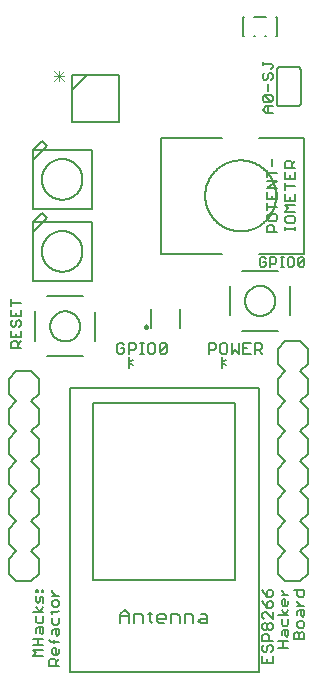
<source format=gto>
G75*
%MOIN*%
%OFA0B0*%
%FSLAX25Y25*%
%IPPOS*%
%LPD*%
%AMOC8*
5,1,8,0,0,1.08239X$1,22.5*
%
%ADD10C,0.00600*%
%ADD11C,0.00800*%
%ADD12C,0.00500*%
%ADD13C,0.00300*%
D10*
X0011097Y0008973D02*
X0012231Y0010108D01*
X0011097Y0011242D01*
X0014500Y0011242D01*
X0014500Y0012657D02*
X0011097Y0012657D01*
X0011097Y0014925D02*
X0014500Y0014925D01*
X0013933Y0016340D02*
X0013366Y0016907D01*
X0013366Y0018608D01*
X0012799Y0018608D02*
X0014500Y0018608D01*
X0014500Y0016907D01*
X0013933Y0016340D01*
X0012799Y0014925D02*
X0012799Y0012657D01*
X0014500Y0008973D02*
X0011097Y0008973D01*
X0012231Y0016907D02*
X0012231Y0018041D01*
X0012799Y0018608D01*
X0012799Y0020023D02*
X0012231Y0020590D01*
X0012231Y0022291D01*
X0011097Y0023706D02*
X0014500Y0023706D01*
X0013366Y0023706D02*
X0014500Y0025407D01*
X0014500Y0026775D02*
X0014500Y0028477D01*
X0013933Y0029044D01*
X0013366Y0028477D01*
X0013366Y0027342D01*
X0012799Y0026775D01*
X0012231Y0027342D01*
X0012231Y0029044D01*
X0012231Y0030458D02*
X0012799Y0030458D01*
X0012799Y0031026D01*
X0012231Y0031026D01*
X0012231Y0030458D01*
X0013933Y0030458D02*
X0014500Y0030458D01*
X0014500Y0031026D01*
X0013933Y0031026D01*
X0013933Y0030458D01*
X0017511Y0030365D02*
X0017511Y0030932D01*
X0017511Y0030365D02*
X0018646Y0029231D01*
X0019780Y0029231D02*
X0017511Y0029231D01*
X0018079Y0027816D02*
X0017511Y0027249D01*
X0017511Y0026115D01*
X0018079Y0025548D01*
X0019213Y0025548D01*
X0019780Y0026115D01*
X0019780Y0027249D01*
X0019213Y0027816D01*
X0018079Y0027816D01*
X0017511Y0024226D02*
X0017511Y0023092D01*
X0016944Y0023659D02*
X0019213Y0023659D01*
X0019780Y0024226D01*
X0019780Y0021678D02*
X0019780Y0019976D01*
X0019213Y0019409D01*
X0018079Y0019409D01*
X0017511Y0019976D01*
X0017511Y0021678D01*
X0018079Y0017994D02*
X0017511Y0017427D01*
X0017511Y0016293D01*
X0018646Y0016293D02*
X0018646Y0017994D01*
X0018079Y0017994D02*
X0019780Y0017994D01*
X0019780Y0016293D01*
X0019213Y0015726D01*
X0018646Y0016293D01*
X0018079Y0014405D02*
X0018079Y0013270D01*
X0016944Y0013838D02*
X0016377Y0014405D01*
X0016944Y0013838D02*
X0019780Y0013838D01*
X0018646Y0011856D02*
X0018646Y0009587D01*
X0019213Y0009587D02*
X0018079Y0009587D01*
X0017511Y0010154D01*
X0017511Y0011289D01*
X0018079Y0011856D01*
X0018646Y0011856D01*
X0019780Y0011289D02*
X0019780Y0010154D01*
X0019213Y0009587D01*
X0019780Y0008173D02*
X0018646Y0007038D01*
X0018646Y0007606D02*
X0018646Y0005904D01*
X0019780Y0005904D02*
X0016377Y0005904D01*
X0016377Y0007606D01*
X0016944Y0008173D01*
X0018079Y0008173D01*
X0018646Y0007606D01*
X0013933Y0020023D02*
X0012799Y0020023D01*
X0013933Y0020023D02*
X0014500Y0020590D01*
X0014500Y0022291D01*
X0013366Y0023706D02*
X0012231Y0025407D01*
X0040147Y0023059D02*
X0040147Y0020123D01*
X0040147Y0022325D02*
X0043083Y0022325D01*
X0043083Y0023059D02*
X0043083Y0020123D01*
X0043083Y0023059D02*
X0041615Y0024527D01*
X0040147Y0023059D01*
X0044751Y0023059D02*
X0044751Y0020123D01*
X0044751Y0023059D02*
X0046953Y0023059D01*
X0047687Y0022325D01*
X0047687Y0020123D01*
X0049355Y0023059D02*
X0050823Y0023059D01*
X0050089Y0023793D02*
X0050089Y0020857D01*
X0050823Y0020123D01*
X0052424Y0020857D02*
X0052424Y0022325D01*
X0053158Y0023059D01*
X0054626Y0023059D01*
X0055360Y0022325D01*
X0055360Y0021591D01*
X0052424Y0021591D01*
X0052424Y0020857D02*
X0053158Y0020123D01*
X0054626Y0020123D01*
X0057028Y0020123D02*
X0057028Y0023059D01*
X0059230Y0023059D01*
X0059964Y0022325D01*
X0059964Y0020123D01*
X0061632Y0020123D02*
X0061632Y0023059D01*
X0063834Y0023059D01*
X0064568Y0022325D01*
X0064568Y0020123D01*
X0066236Y0020857D02*
X0066970Y0021591D01*
X0069172Y0021591D01*
X0069172Y0022325D02*
X0069172Y0020123D01*
X0066970Y0020123D01*
X0066236Y0020857D01*
X0066970Y0023059D02*
X0068438Y0023059D01*
X0069172Y0022325D01*
X0087537Y0022100D02*
X0088104Y0021533D01*
X0087537Y0022100D02*
X0087537Y0023234D01*
X0088104Y0023801D01*
X0088671Y0023801D01*
X0090940Y0021533D01*
X0090940Y0023801D01*
X0090373Y0025216D02*
X0090940Y0025783D01*
X0090940Y0026917D01*
X0090373Y0027484D01*
X0089806Y0027484D01*
X0089239Y0026917D01*
X0089239Y0025216D01*
X0090373Y0025216D01*
X0089239Y0025216D02*
X0088104Y0026350D01*
X0087537Y0027484D01*
X0089239Y0028899D02*
X0088104Y0030033D01*
X0087537Y0031167D01*
X0089239Y0030600D02*
X0089239Y0028899D01*
X0090373Y0028899D01*
X0090940Y0029466D01*
X0090940Y0030600D01*
X0090373Y0031167D01*
X0089806Y0031167D01*
X0089239Y0030600D01*
X0092817Y0022760D02*
X0096220Y0022760D01*
X0095086Y0022760D02*
X0096220Y0024462D01*
X0095653Y0025830D02*
X0094519Y0025830D01*
X0093951Y0026397D01*
X0093951Y0027531D01*
X0094519Y0028098D01*
X0095086Y0028098D01*
X0095086Y0025830D01*
X0095653Y0025830D02*
X0096220Y0026397D01*
X0096220Y0027531D01*
X0096220Y0029513D02*
X0093951Y0029513D01*
X0093951Y0030647D02*
X0093951Y0031214D01*
X0093951Y0030647D02*
X0095086Y0029513D01*
X0093951Y0024462D02*
X0095086Y0022760D01*
X0096220Y0021346D02*
X0096220Y0019644D01*
X0095653Y0019077D01*
X0094519Y0019077D01*
X0093951Y0019644D01*
X0093951Y0021346D01*
X0094519Y0017663D02*
X0096220Y0017663D01*
X0096220Y0015961D01*
X0095653Y0015394D01*
X0095086Y0015961D01*
X0095086Y0017663D01*
X0094519Y0017663D02*
X0093951Y0017095D01*
X0093951Y0015961D01*
X0094519Y0013979D02*
X0094519Y0011711D01*
X0096220Y0011711D02*
X0092817Y0011711D01*
X0092817Y0013979D02*
X0096220Y0013979D01*
X0098097Y0014780D02*
X0098097Y0016482D01*
X0098664Y0017049D01*
X0099231Y0017049D01*
X0099799Y0016482D01*
X0099799Y0014780D01*
X0101500Y0014780D02*
X0098097Y0014780D01*
X0099799Y0016482D02*
X0100366Y0017049D01*
X0100933Y0017049D01*
X0101500Y0016482D01*
X0101500Y0014780D01*
X0100933Y0018463D02*
X0101500Y0019030D01*
X0101500Y0020165D01*
X0100933Y0020732D01*
X0099799Y0020732D01*
X0099231Y0020165D01*
X0099231Y0019030D01*
X0099799Y0018463D01*
X0100933Y0018463D01*
X0100933Y0022146D02*
X0100366Y0022714D01*
X0100366Y0024415D01*
X0099799Y0024415D02*
X0101500Y0024415D01*
X0101500Y0022714D01*
X0100933Y0022146D01*
X0099231Y0022714D02*
X0099231Y0023848D01*
X0099799Y0024415D01*
X0100366Y0025830D02*
X0099231Y0026964D01*
X0099231Y0027531D01*
X0099799Y0028899D02*
X0099231Y0029466D01*
X0099231Y0031167D01*
X0098097Y0031167D02*
X0101500Y0031167D01*
X0101500Y0029466D01*
X0100933Y0028899D01*
X0099799Y0028899D01*
X0099231Y0025830D02*
X0101500Y0025830D01*
X0090940Y0019551D02*
X0090940Y0018417D01*
X0090373Y0017849D01*
X0089806Y0017849D01*
X0089239Y0018417D01*
X0089239Y0019551D01*
X0089806Y0020118D01*
X0090373Y0020118D01*
X0090940Y0019551D01*
X0089239Y0019551D02*
X0088671Y0020118D01*
X0088104Y0020118D01*
X0087537Y0019551D01*
X0087537Y0018417D01*
X0088104Y0017849D01*
X0088671Y0017849D01*
X0089239Y0018417D01*
X0089239Y0016435D02*
X0089806Y0015868D01*
X0089806Y0014166D01*
X0090940Y0014166D02*
X0087537Y0014166D01*
X0087537Y0015868D01*
X0088104Y0016435D01*
X0089239Y0016435D01*
X0089806Y0012752D02*
X0089239Y0012185D01*
X0089239Y0011050D01*
X0088671Y0010483D01*
X0088104Y0010483D01*
X0087537Y0011050D01*
X0087537Y0012185D01*
X0088104Y0012752D01*
X0089806Y0012752D02*
X0090373Y0012752D01*
X0090940Y0012185D01*
X0090940Y0011050D01*
X0090373Y0010483D01*
X0090940Y0009069D02*
X0090940Y0006800D01*
X0087537Y0006800D01*
X0087537Y0009069D01*
X0089239Y0007934D02*
X0089239Y0006800D01*
X0087471Y0109800D02*
X0086270Y0111001D01*
X0086871Y0111001D02*
X0085069Y0111001D01*
X0085069Y0109800D02*
X0085069Y0113403D01*
X0086871Y0113403D01*
X0087471Y0112803D01*
X0087471Y0111602D01*
X0086871Y0111001D01*
X0083604Y0109800D02*
X0081202Y0109800D01*
X0081202Y0113403D01*
X0083604Y0113403D01*
X0082403Y0111602D02*
X0081202Y0111602D01*
X0079737Y0113403D02*
X0079737Y0109800D01*
X0078536Y0111001D01*
X0077335Y0109800D01*
X0077335Y0113403D01*
X0075869Y0112803D02*
X0075869Y0110401D01*
X0075269Y0109800D01*
X0074068Y0109800D01*
X0073467Y0110401D01*
X0073467Y0112803D01*
X0074068Y0113403D01*
X0075269Y0113403D01*
X0075869Y0112803D01*
X0072002Y0112803D02*
X0072002Y0111602D01*
X0071402Y0111001D01*
X0069600Y0111001D01*
X0069600Y0109800D02*
X0069600Y0113403D01*
X0071402Y0113403D01*
X0072002Y0112803D01*
X0087134Y0138800D02*
X0088201Y0138800D01*
X0088735Y0139334D01*
X0088735Y0140401D01*
X0087668Y0140401D01*
X0088735Y0141469D02*
X0088201Y0142003D01*
X0087134Y0142003D01*
X0086600Y0141469D01*
X0086600Y0139334D01*
X0087134Y0138800D01*
X0090099Y0138800D02*
X0090099Y0142003D01*
X0091700Y0142003D01*
X0092234Y0141469D01*
X0092234Y0140401D01*
X0091700Y0139868D01*
X0090099Y0139868D01*
X0093598Y0138800D02*
X0094666Y0138800D01*
X0094132Y0138800D02*
X0094132Y0142003D01*
X0093598Y0142003D02*
X0094666Y0142003D01*
X0095931Y0141469D02*
X0095931Y0139334D01*
X0096464Y0138800D01*
X0097532Y0138800D01*
X0098066Y0139334D01*
X0098066Y0141469D01*
X0097532Y0142003D01*
X0096464Y0142003D01*
X0095931Y0141469D01*
X0099430Y0141469D02*
X0099430Y0139334D01*
X0101565Y0141469D01*
X0101565Y0139334D01*
X0101031Y0138800D01*
X0099963Y0138800D01*
X0099430Y0139334D01*
X0099430Y0141469D02*
X0099963Y0142003D01*
X0101031Y0142003D01*
X0101565Y0141469D01*
X0098500Y0151023D02*
X0098500Y0152157D01*
X0098500Y0151590D02*
X0095097Y0151590D01*
X0095097Y0151023D02*
X0095097Y0152157D01*
X0095664Y0153478D02*
X0095097Y0154045D01*
X0095097Y0155180D01*
X0095664Y0155747D01*
X0097933Y0155747D01*
X0098500Y0155180D01*
X0098500Y0154045D01*
X0097933Y0153478D01*
X0095664Y0153478D01*
X0095097Y0157161D02*
X0096231Y0158296D01*
X0095097Y0159430D01*
X0098500Y0159430D01*
X0098500Y0160845D02*
X0098500Y0163113D01*
X0096799Y0161979D02*
X0096799Y0160845D01*
X0098500Y0160845D02*
X0095097Y0160845D01*
X0095097Y0163113D01*
X0095097Y0164528D02*
X0095097Y0166796D01*
X0095097Y0165662D02*
X0098500Y0165662D01*
X0098500Y0168211D02*
X0098500Y0170479D01*
X0098500Y0171894D02*
X0095097Y0171894D01*
X0095097Y0173595D01*
X0095664Y0174163D01*
X0096799Y0174163D01*
X0097366Y0173595D01*
X0097366Y0171894D01*
X0097366Y0173028D02*
X0098500Y0174163D01*
X0096799Y0169345D02*
X0096799Y0168211D01*
X0098500Y0168211D02*
X0095097Y0168211D01*
X0095097Y0170479D01*
X0092500Y0169959D02*
X0089097Y0169959D01*
X0089097Y0168825D02*
X0089097Y0171093D01*
X0090799Y0172508D02*
X0090799Y0174776D01*
X0092500Y0167410D02*
X0089097Y0167410D01*
X0089097Y0165142D02*
X0092500Y0167410D01*
X0092500Y0165142D02*
X0089097Y0165142D01*
X0089097Y0163727D02*
X0089097Y0161458D01*
X0092500Y0161458D01*
X0092500Y0163727D01*
X0090799Y0162593D02*
X0090799Y0161458D01*
X0089097Y0160044D02*
X0089097Y0157775D01*
X0089097Y0158910D02*
X0092500Y0158910D01*
X0091933Y0156361D02*
X0089664Y0156361D01*
X0089097Y0155794D01*
X0089097Y0154659D01*
X0089664Y0154092D01*
X0091933Y0154092D01*
X0092500Y0154659D01*
X0092500Y0155794D01*
X0091933Y0156361D01*
X0090799Y0152678D02*
X0089664Y0152678D01*
X0089097Y0152110D01*
X0089097Y0150409D01*
X0092500Y0150409D01*
X0091366Y0150409D02*
X0091366Y0152110D01*
X0090799Y0152678D01*
X0095097Y0157161D02*
X0098500Y0157161D01*
X0091000Y0190092D02*
X0088731Y0190092D01*
X0087597Y0191226D01*
X0088731Y0192361D01*
X0091000Y0192361D01*
X0090433Y0193775D02*
X0088164Y0196044D01*
X0090433Y0196044D01*
X0091000Y0195477D01*
X0091000Y0194342D01*
X0090433Y0193775D01*
X0088164Y0193775D01*
X0087597Y0194342D01*
X0087597Y0195477D01*
X0088164Y0196044D01*
X0089299Y0197458D02*
X0089299Y0199727D01*
X0088731Y0201142D02*
X0088164Y0201142D01*
X0087597Y0201709D01*
X0087597Y0202843D01*
X0088164Y0203410D01*
X0089299Y0202843D02*
X0089866Y0203410D01*
X0090433Y0203410D01*
X0091000Y0202843D01*
X0091000Y0201709D01*
X0090433Y0201142D01*
X0090433Y0204825D02*
X0091000Y0205392D01*
X0091000Y0205959D01*
X0090433Y0206526D01*
X0087597Y0206526D01*
X0087597Y0205959D02*
X0087597Y0207093D01*
X0089299Y0202843D02*
X0089299Y0201709D01*
X0088731Y0201142D01*
X0092300Y0204500D02*
X0092300Y0193500D01*
X0092302Y0193440D01*
X0092307Y0193379D01*
X0092316Y0193320D01*
X0092329Y0193261D01*
X0092345Y0193202D01*
X0092365Y0193145D01*
X0092388Y0193090D01*
X0092415Y0193035D01*
X0092444Y0192983D01*
X0092477Y0192932D01*
X0092513Y0192883D01*
X0092551Y0192837D01*
X0092593Y0192793D01*
X0092637Y0192751D01*
X0092683Y0192713D01*
X0092732Y0192677D01*
X0092783Y0192644D01*
X0092835Y0192615D01*
X0092890Y0192588D01*
X0092945Y0192565D01*
X0093002Y0192545D01*
X0093061Y0192529D01*
X0093120Y0192516D01*
X0093179Y0192507D01*
X0093240Y0192502D01*
X0093300Y0192500D01*
X0099300Y0192500D01*
X0099360Y0192502D01*
X0099421Y0192507D01*
X0099480Y0192516D01*
X0099539Y0192529D01*
X0099598Y0192545D01*
X0099655Y0192565D01*
X0099710Y0192588D01*
X0099765Y0192615D01*
X0099817Y0192644D01*
X0099868Y0192677D01*
X0099917Y0192713D01*
X0099963Y0192751D01*
X0100007Y0192793D01*
X0100049Y0192837D01*
X0100087Y0192883D01*
X0100123Y0192932D01*
X0100156Y0192983D01*
X0100185Y0193035D01*
X0100212Y0193090D01*
X0100235Y0193145D01*
X0100255Y0193202D01*
X0100271Y0193261D01*
X0100284Y0193320D01*
X0100293Y0193379D01*
X0100298Y0193440D01*
X0100300Y0193500D01*
X0100300Y0204500D01*
X0100298Y0204560D01*
X0100293Y0204621D01*
X0100284Y0204680D01*
X0100271Y0204739D01*
X0100255Y0204798D01*
X0100235Y0204855D01*
X0100212Y0204910D01*
X0100185Y0204965D01*
X0100156Y0205017D01*
X0100123Y0205068D01*
X0100087Y0205117D01*
X0100049Y0205163D01*
X0100007Y0205207D01*
X0099963Y0205249D01*
X0099917Y0205287D01*
X0099868Y0205323D01*
X0099817Y0205356D01*
X0099765Y0205385D01*
X0099710Y0205412D01*
X0099655Y0205435D01*
X0099598Y0205455D01*
X0099539Y0205471D01*
X0099480Y0205484D01*
X0099421Y0205493D01*
X0099360Y0205498D01*
X0099300Y0205500D01*
X0093300Y0205500D01*
X0093240Y0205498D01*
X0093179Y0205493D01*
X0093120Y0205484D01*
X0093061Y0205471D01*
X0093002Y0205455D01*
X0092945Y0205435D01*
X0092890Y0205412D01*
X0092835Y0205385D01*
X0092783Y0205356D01*
X0092732Y0205323D01*
X0092683Y0205287D01*
X0092637Y0205249D01*
X0092593Y0205207D01*
X0092551Y0205163D01*
X0092513Y0205117D01*
X0092477Y0205068D01*
X0092444Y0205017D01*
X0092415Y0204965D01*
X0092388Y0204910D01*
X0092365Y0204855D01*
X0092345Y0204798D01*
X0092329Y0204739D01*
X0092316Y0204680D01*
X0092307Y0204621D01*
X0092302Y0204560D01*
X0092300Y0204500D01*
X0092398Y0215811D02*
X0092028Y0215811D01*
X0092398Y0215811D02*
X0092398Y0222189D01*
X0092028Y0222189D01*
X0088855Y0222189D02*
X0084745Y0222189D01*
X0081572Y0222189D02*
X0081202Y0222189D01*
X0081202Y0215811D01*
X0081572Y0215811D01*
X0084745Y0215811D02*
X0085115Y0215811D01*
X0088485Y0215811D02*
X0088855Y0215811D01*
X0089299Y0192361D02*
X0089299Y0190092D01*
X0055082Y0113403D02*
X0053881Y0113403D01*
X0053280Y0112803D01*
X0053280Y0110401D01*
X0055682Y0112803D01*
X0055682Y0110401D01*
X0055082Y0109800D01*
X0053881Y0109800D01*
X0053280Y0110401D01*
X0051815Y0110401D02*
X0051815Y0112803D01*
X0051214Y0113403D01*
X0050013Y0113403D01*
X0049413Y0112803D01*
X0049413Y0110401D01*
X0050013Y0109800D01*
X0051214Y0109800D01*
X0051815Y0110401D01*
X0055082Y0113403D02*
X0055682Y0112803D01*
X0048036Y0113403D02*
X0046835Y0113403D01*
X0047435Y0113403D02*
X0047435Y0109800D01*
X0046835Y0109800D02*
X0048036Y0109800D01*
X0045369Y0111602D02*
X0044769Y0111001D01*
X0042967Y0111001D01*
X0042967Y0109800D02*
X0042967Y0113403D01*
X0044769Y0113403D01*
X0045369Y0112803D01*
X0045369Y0111602D01*
X0041502Y0111602D02*
X0040301Y0111602D01*
X0041502Y0111602D02*
X0041502Y0110401D01*
X0040902Y0109800D01*
X0039701Y0109800D01*
X0039100Y0110401D01*
X0039100Y0112803D01*
X0039701Y0113403D01*
X0040902Y0113403D01*
X0041502Y0112803D01*
X0039600Y0187200D02*
X0024000Y0187200D01*
X0024000Y0202800D01*
X0039600Y0202800D01*
X0039600Y0187200D01*
X0039600Y0189500D02*
X0039600Y0190700D01*
X0039600Y0191400D02*
X0039600Y0192600D01*
X0039600Y0193400D02*
X0039600Y0194600D01*
X0039600Y0195400D02*
X0039600Y0196600D01*
X0039600Y0197400D02*
X0039600Y0198600D01*
X0039600Y0199300D02*
X0039600Y0200500D01*
X0037300Y0202800D02*
X0036100Y0202800D01*
X0035400Y0202800D02*
X0034200Y0202800D01*
X0033400Y0202800D02*
X0032200Y0202800D01*
X0031400Y0202800D02*
X0030200Y0202800D01*
X0029400Y0202800D02*
X0028200Y0202800D01*
X0027500Y0202800D02*
X0026300Y0202800D01*
X0029000Y0202800D02*
X0024000Y0197800D01*
X0024000Y0197400D02*
X0024000Y0198600D01*
X0024000Y0199300D02*
X0024000Y0200500D01*
X0024000Y0196600D02*
X0024000Y0195400D01*
X0024000Y0194600D02*
X0024000Y0193400D01*
X0024000Y0192600D02*
X0024000Y0191400D01*
X0024000Y0190700D02*
X0024000Y0189500D01*
X0026300Y0187200D02*
X0027500Y0187200D01*
X0028200Y0187200D02*
X0029400Y0187200D01*
X0030200Y0187200D02*
X0031400Y0187200D01*
X0032200Y0187200D02*
X0033400Y0187200D01*
X0034200Y0187200D02*
X0035400Y0187200D01*
X0036100Y0187200D02*
X0037300Y0187200D01*
X0007000Y0126863D02*
X0003797Y0126863D01*
X0003797Y0125796D02*
X0003797Y0127931D01*
X0003797Y0124432D02*
X0003797Y0122297D01*
X0007000Y0122297D01*
X0007000Y0124432D01*
X0005399Y0123365D02*
X0005399Y0122297D01*
X0005932Y0120933D02*
X0006466Y0120933D01*
X0007000Y0120399D01*
X0007000Y0119332D01*
X0006466Y0118798D01*
X0005399Y0119332D02*
X0005399Y0120399D01*
X0005932Y0120933D01*
X0004331Y0120933D02*
X0003797Y0120399D01*
X0003797Y0119332D01*
X0004331Y0118798D01*
X0004865Y0118798D01*
X0005399Y0119332D01*
X0007000Y0117434D02*
X0007000Y0115299D01*
X0003797Y0115299D01*
X0003797Y0117434D01*
X0005399Y0116367D02*
X0005399Y0115299D01*
X0005399Y0113935D02*
X0004331Y0113935D01*
X0003797Y0113401D01*
X0003797Y0111800D01*
X0007000Y0111800D01*
X0005932Y0111800D02*
X0005932Y0113401D01*
X0005399Y0113935D01*
X0005932Y0112868D02*
X0007000Y0113935D01*
D11*
X0005500Y0104000D02*
X0003000Y0101500D01*
X0003000Y0096500D01*
X0005500Y0094000D01*
X0003000Y0091500D01*
X0003000Y0086500D01*
X0005500Y0084000D01*
X0003000Y0081500D01*
X0003000Y0076500D01*
X0005500Y0074000D01*
X0003000Y0071500D01*
X0003000Y0066500D01*
X0005500Y0064000D01*
X0003000Y0061500D01*
X0003000Y0056500D01*
X0005500Y0054000D01*
X0003000Y0051500D01*
X0003000Y0046500D01*
X0005500Y0044000D01*
X0003000Y0041500D01*
X0003000Y0036500D01*
X0005500Y0034000D01*
X0010500Y0034000D01*
X0013000Y0036500D01*
X0013000Y0041500D01*
X0010500Y0044000D01*
X0013000Y0046500D01*
X0013000Y0051500D01*
X0010500Y0054000D01*
X0013000Y0056500D01*
X0013000Y0061500D01*
X0010500Y0064000D01*
X0013000Y0066500D01*
X0013000Y0071500D01*
X0010500Y0074000D01*
X0013000Y0076500D01*
X0013000Y0081500D01*
X0010500Y0084000D01*
X0013000Y0086500D01*
X0013000Y0091500D01*
X0010500Y0094000D01*
X0013000Y0096500D01*
X0013000Y0101500D01*
X0010500Y0104000D01*
X0005500Y0104000D01*
X0011800Y0114118D02*
X0011800Y0124000D01*
X0015737Y0129000D02*
X0027863Y0129000D01*
X0031800Y0123882D02*
X0031800Y0114118D01*
X0027863Y0109000D02*
X0015737Y0109000D01*
X0016800Y0119000D02*
X0016802Y0119141D01*
X0016808Y0119282D01*
X0016818Y0119422D01*
X0016832Y0119562D01*
X0016850Y0119702D01*
X0016871Y0119841D01*
X0016897Y0119980D01*
X0016926Y0120118D01*
X0016960Y0120254D01*
X0016997Y0120390D01*
X0017038Y0120525D01*
X0017083Y0120659D01*
X0017132Y0120791D01*
X0017184Y0120922D01*
X0017240Y0121051D01*
X0017300Y0121178D01*
X0017363Y0121304D01*
X0017429Y0121428D01*
X0017500Y0121551D01*
X0017573Y0121671D01*
X0017650Y0121789D01*
X0017730Y0121905D01*
X0017814Y0122018D01*
X0017900Y0122129D01*
X0017990Y0122238D01*
X0018083Y0122344D01*
X0018178Y0122447D01*
X0018277Y0122548D01*
X0018378Y0122646D01*
X0018482Y0122741D01*
X0018589Y0122833D01*
X0018698Y0122922D01*
X0018810Y0123007D01*
X0018924Y0123090D01*
X0019040Y0123170D01*
X0019159Y0123246D01*
X0019280Y0123318D01*
X0019402Y0123388D01*
X0019527Y0123453D01*
X0019653Y0123516D01*
X0019781Y0123574D01*
X0019911Y0123629D01*
X0020042Y0123681D01*
X0020175Y0123728D01*
X0020309Y0123772D01*
X0020444Y0123813D01*
X0020580Y0123849D01*
X0020717Y0123881D01*
X0020855Y0123910D01*
X0020993Y0123935D01*
X0021133Y0123955D01*
X0021273Y0123972D01*
X0021413Y0123985D01*
X0021554Y0123994D01*
X0021694Y0123999D01*
X0021835Y0124000D01*
X0021976Y0123997D01*
X0022117Y0123990D01*
X0022257Y0123979D01*
X0022397Y0123964D01*
X0022537Y0123945D01*
X0022676Y0123923D01*
X0022814Y0123896D01*
X0022952Y0123866D01*
X0023088Y0123831D01*
X0023224Y0123793D01*
X0023358Y0123751D01*
X0023492Y0123705D01*
X0023624Y0123656D01*
X0023754Y0123602D01*
X0023883Y0123545D01*
X0024010Y0123485D01*
X0024136Y0123421D01*
X0024259Y0123353D01*
X0024381Y0123282D01*
X0024501Y0123208D01*
X0024618Y0123130D01*
X0024733Y0123049D01*
X0024846Y0122965D01*
X0024957Y0122878D01*
X0025065Y0122787D01*
X0025170Y0122694D01*
X0025273Y0122597D01*
X0025373Y0122498D01*
X0025470Y0122396D01*
X0025564Y0122291D01*
X0025655Y0122184D01*
X0025743Y0122074D01*
X0025828Y0121962D01*
X0025910Y0121847D01*
X0025989Y0121730D01*
X0026064Y0121611D01*
X0026136Y0121490D01*
X0026204Y0121367D01*
X0026269Y0121242D01*
X0026331Y0121115D01*
X0026388Y0120986D01*
X0026443Y0120856D01*
X0026493Y0120725D01*
X0026540Y0120592D01*
X0026583Y0120458D01*
X0026622Y0120322D01*
X0026657Y0120186D01*
X0026689Y0120049D01*
X0026716Y0119911D01*
X0026740Y0119772D01*
X0026760Y0119632D01*
X0026776Y0119492D01*
X0026788Y0119352D01*
X0026796Y0119211D01*
X0026800Y0119070D01*
X0026800Y0118930D01*
X0026796Y0118789D01*
X0026788Y0118648D01*
X0026776Y0118508D01*
X0026760Y0118368D01*
X0026740Y0118228D01*
X0026716Y0118089D01*
X0026689Y0117951D01*
X0026657Y0117814D01*
X0026622Y0117678D01*
X0026583Y0117542D01*
X0026540Y0117408D01*
X0026493Y0117275D01*
X0026443Y0117144D01*
X0026388Y0117014D01*
X0026331Y0116885D01*
X0026269Y0116758D01*
X0026204Y0116633D01*
X0026136Y0116510D01*
X0026064Y0116389D01*
X0025989Y0116270D01*
X0025910Y0116153D01*
X0025828Y0116038D01*
X0025743Y0115926D01*
X0025655Y0115816D01*
X0025564Y0115709D01*
X0025470Y0115604D01*
X0025373Y0115502D01*
X0025273Y0115403D01*
X0025170Y0115306D01*
X0025065Y0115213D01*
X0024957Y0115122D01*
X0024846Y0115035D01*
X0024733Y0114951D01*
X0024618Y0114870D01*
X0024501Y0114792D01*
X0024381Y0114718D01*
X0024259Y0114647D01*
X0024136Y0114579D01*
X0024010Y0114515D01*
X0023883Y0114455D01*
X0023754Y0114398D01*
X0023624Y0114344D01*
X0023492Y0114295D01*
X0023358Y0114249D01*
X0023224Y0114207D01*
X0023088Y0114169D01*
X0022952Y0114134D01*
X0022814Y0114104D01*
X0022676Y0114077D01*
X0022537Y0114055D01*
X0022397Y0114036D01*
X0022257Y0114021D01*
X0022117Y0114010D01*
X0021976Y0114003D01*
X0021835Y0114000D01*
X0021694Y0114001D01*
X0021554Y0114006D01*
X0021413Y0114015D01*
X0021273Y0114028D01*
X0021133Y0114045D01*
X0020993Y0114065D01*
X0020855Y0114090D01*
X0020717Y0114119D01*
X0020580Y0114151D01*
X0020444Y0114187D01*
X0020309Y0114228D01*
X0020175Y0114272D01*
X0020042Y0114319D01*
X0019911Y0114371D01*
X0019781Y0114426D01*
X0019653Y0114484D01*
X0019527Y0114547D01*
X0019402Y0114612D01*
X0019280Y0114682D01*
X0019159Y0114754D01*
X0019040Y0114830D01*
X0018924Y0114910D01*
X0018810Y0114993D01*
X0018698Y0115078D01*
X0018589Y0115167D01*
X0018482Y0115259D01*
X0018378Y0115354D01*
X0018277Y0115452D01*
X0018178Y0115553D01*
X0018083Y0115656D01*
X0017990Y0115762D01*
X0017900Y0115871D01*
X0017814Y0115982D01*
X0017730Y0116095D01*
X0017650Y0116211D01*
X0017573Y0116329D01*
X0017500Y0116449D01*
X0017429Y0116572D01*
X0017363Y0116696D01*
X0017300Y0116822D01*
X0017240Y0116949D01*
X0017184Y0117078D01*
X0017132Y0117209D01*
X0017083Y0117341D01*
X0017038Y0117475D01*
X0016997Y0117610D01*
X0016960Y0117746D01*
X0016926Y0117882D01*
X0016897Y0118020D01*
X0016871Y0118159D01*
X0016850Y0118298D01*
X0016832Y0118438D01*
X0016818Y0118578D01*
X0016808Y0118718D01*
X0016802Y0118859D01*
X0016800Y0119000D01*
X0043131Y0108811D02*
X0043131Y0107000D01*
X0044351Y0107920D01*
X0043131Y0107000D02*
X0043131Y0105189D01*
X0044351Y0106140D02*
X0043191Y0106900D01*
X0048444Y0118744D02*
X0048446Y0118791D01*
X0048452Y0118837D01*
X0048461Y0118883D01*
X0048475Y0118927D01*
X0048492Y0118971D01*
X0048513Y0119012D01*
X0048537Y0119052D01*
X0048564Y0119090D01*
X0048595Y0119125D01*
X0048628Y0119158D01*
X0048664Y0119188D01*
X0048703Y0119214D01*
X0048743Y0119238D01*
X0048785Y0119257D01*
X0048829Y0119274D01*
X0048874Y0119286D01*
X0048920Y0119295D01*
X0048966Y0119300D01*
X0049013Y0119301D01*
X0049059Y0119298D01*
X0049105Y0119291D01*
X0049151Y0119280D01*
X0049195Y0119266D01*
X0049238Y0119248D01*
X0049279Y0119226D01*
X0049319Y0119201D01*
X0049356Y0119173D01*
X0049391Y0119142D01*
X0049423Y0119108D01*
X0049452Y0119071D01*
X0049477Y0119033D01*
X0049500Y0118992D01*
X0049519Y0118949D01*
X0049534Y0118905D01*
X0049546Y0118860D01*
X0049554Y0118814D01*
X0049558Y0118767D01*
X0049558Y0118721D01*
X0049554Y0118674D01*
X0049546Y0118628D01*
X0049534Y0118583D01*
X0049519Y0118539D01*
X0049500Y0118496D01*
X0049477Y0118455D01*
X0049452Y0118417D01*
X0049423Y0118380D01*
X0049391Y0118346D01*
X0049356Y0118315D01*
X0049319Y0118287D01*
X0049280Y0118262D01*
X0049238Y0118240D01*
X0049195Y0118222D01*
X0049151Y0118208D01*
X0049105Y0118197D01*
X0049059Y0118190D01*
X0049013Y0118187D01*
X0048966Y0118188D01*
X0048920Y0118193D01*
X0048874Y0118202D01*
X0048829Y0118214D01*
X0048785Y0118231D01*
X0048743Y0118250D01*
X0048703Y0118274D01*
X0048664Y0118300D01*
X0048628Y0118330D01*
X0048595Y0118363D01*
X0048564Y0118398D01*
X0048537Y0118436D01*
X0048513Y0118476D01*
X0048492Y0118517D01*
X0048475Y0118561D01*
X0048461Y0118605D01*
X0048452Y0118651D01*
X0048446Y0118697D01*
X0048444Y0118744D01*
X0050576Y0118350D02*
X0050576Y0124650D01*
X0053804Y0143091D02*
X0053804Y0181909D01*
X0074198Y0181909D01*
X0086402Y0181909D02*
X0101347Y0181909D01*
X0101347Y0143091D01*
X0086402Y0143091D01*
X0080737Y0137500D02*
X0092863Y0137500D01*
X0096800Y0132382D02*
X0096800Y0122618D01*
X0092863Y0117500D02*
X0080737Y0117500D01*
X0076800Y0122618D02*
X0076800Y0132500D01*
X0074198Y0143091D02*
X0053804Y0143091D01*
X0060024Y0124650D02*
X0060024Y0118350D01*
X0074131Y0108811D02*
X0074131Y0107000D01*
X0075351Y0107920D01*
X0074131Y0107000D02*
X0074131Y0105189D01*
X0075351Y0106140D02*
X0074191Y0106900D01*
X0081800Y0127500D02*
X0081802Y0127641D01*
X0081808Y0127782D01*
X0081818Y0127922D01*
X0081832Y0128062D01*
X0081850Y0128202D01*
X0081871Y0128341D01*
X0081897Y0128480D01*
X0081926Y0128618D01*
X0081960Y0128754D01*
X0081997Y0128890D01*
X0082038Y0129025D01*
X0082083Y0129159D01*
X0082132Y0129291D01*
X0082184Y0129422D01*
X0082240Y0129551D01*
X0082300Y0129678D01*
X0082363Y0129804D01*
X0082429Y0129928D01*
X0082500Y0130051D01*
X0082573Y0130171D01*
X0082650Y0130289D01*
X0082730Y0130405D01*
X0082814Y0130518D01*
X0082900Y0130629D01*
X0082990Y0130738D01*
X0083083Y0130844D01*
X0083178Y0130947D01*
X0083277Y0131048D01*
X0083378Y0131146D01*
X0083482Y0131241D01*
X0083589Y0131333D01*
X0083698Y0131422D01*
X0083810Y0131507D01*
X0083924Y0131590D01*
X0084040Y0131670D01*
X0084159Y0131746D01*
X0084280Y0131818D01*
X0084402Y0131888D01*
X0084527Y0131953D01*
X0084653Y0132016D01*
X0084781Y0132074D01*
X0084911Y0132129D01*
X0085042Y0132181D01*
X0085175Y0132228D01*
X0085309Y0132272D01*
X0085444Y0132313D01*
X0085580Y0132349D01*
X0085717Y0132381D01*
X0085855Y0132410D01*
X0085993Y0132435D01*
X0086133Y0132455D01*
X0086273Y0132472D01*
X0086413Y0132485D01*
X0086554Y0132494D01*
X0086694Y0132499D01*
X0086835Y0132500D01*
X0086976Y0132497D01*
X0087117Y0132490D01*
X0087257Y0132479D01*
X0087397Y0132464D01*
X0087537Y0132445D01*
X0087676Y0132423D01*
X0087814Y0132396D01*
X0087952Y0132366D01*
X0088088Y0132331D01*
X0088224Y0132293D01*
X0088358Y0132251D01*
X0088492Y0132205D01*
X0088624Y0132156D01*
X0088754Y0132102D01*
X0088883Y0132045D01*
X0089010Y0131985D01*
X0089136Y0131921D01*
X0089259Y0131853D01*
X0089381Y0131782D01*
X0089501Y0131708D01*
X0089618Y0131630D01*
X0089733Y0131549D01*
X0089846Y0131465D01*
X0089957Y0131378D01*
X0090065Y0131287D01*
X0090170Y0131194D01*
X0090273Y0131097D01*
X0090373Y0130998D01*
X0090470Y0130896D01*
X0090564Y0130791D01*
X0090655Y0130684D01*
X0090743Y0130574D01*
X0090828Y0130462D01*
X0090910Y0130347D01*
X0090989Y0130230D01*
X0091064Y0130111D01*
X0091136Y0129990D01*
X0091204Y0129867D01*
X0091269Y0129742D01*
X0091331Y0129615D01*
X0091388Y0129486D01*
X0091443Y0129356D01*
X0091493Y0129225D01*
X0091540Y0129092D01*
X0091583Y0128958D01*
X0091622Y0128822D01*
X0091657Y0128686D01*
X0091689Y0128549D01*
X0091716Y0128411D01*
X0091740Y0128272D01*
X0091760Y0128132D01*
X0091776Y0127992D01*
X0091788Y0127852D01*
X0091796Y0127711D01*
X0091800Y0127570D01*
X0091800Y0127430D01*
X0091796Y0127289D01*
X0091788Y0127148D01*
X0091776Y0127008D01*
X0091760Y0126868D01*
X0091740Y0126728D01*
X0091716Y0126589D01*
X0091689Y0126451D01*
X0091657Y0126314D01*
X0091622Y0126178D01*
X0091583Y0126042D01*
X0091540Y0125908D01*
X0091493Y0125775D01*
X0091443Y0125644D01*
X0091388Y0125514D01*
X0091331Y0125385D01*
X0091269Y0125258D01*
X0091204Y0125133D01*
X0091136Y0125010D01*
X0091064Y0124889D01*
X0090989Y0124770D01*
X0090910Y0124653D01*
X0090828Y0124538D01*
X0090743Y0124426D01*
X0090655Y0124316D01*
X0090564Y0124209D01*
X0090470Y0124104D01*
X0090373Y0124002D01*
X0090273Y0123903D01*
X0090170Y0123806D01*
X0090065Y0123713D01*
X0089957Y0123622D01*
X0089846Y0123535D01*
X0089733Y0123451D01*
X0089618Y0123370D01*
X0089501Y0123292D01*
X0089381Y0123218D01*
X0089259Y0123147D01*
X0089136Y0123079D01*
X0089010Y0123015D01*
X0088883Y0122955D01*
X0088754Y0122898D01*
X0088624Y0122844D01*
X0088492Y0122795D01*
X0088358Y0122749D01*
X0088224Y0122707D01*
X0088088Y0122669D01*
X0087952Y0122634D01*
X0087814Y0122604D01*
X0087676Y0122577D01*
X0087537Y0122555D01*
X0087397Y0122536D01*
X0087257Y0122521D01*
X0087117Y0122510D01*
X0086976Y0122503D01*
X0086835Y0122500D01*
X0086694Y0122501D01*
X0086554Y0122506D01*
X0086413Y0122515D01*
X0086273Y0122528D01*
X0086133Y0122545D01*
X0085993Y0122565D01*
X0085855Y0122590D01*
X0085717Y0122619D01*
X0085580Y0122651D01*
X0085444Y0122687D01*
X0085309Y0122728D01*
X0085175Y0122772D01*
X0085042Y0122819D01*
X0084911Y0122871D01*
X0084781Y0122926D01*
X0084653Y0122984D01*
X0084527Y0123047D01*
X0084402Y0123112D01*
X0084280Y0123182D01*
X0084159Y0123254D01*
X0084040Y0123330D01*
X0083924Y0123410D01*
X0083810Y0123493D01*
X0083698Y0123578D01*
X0083589Y0123667D01*
X0083482Y0123759D01*
X0083378Y0123854D01*
X0083277Y0123952D01*
X0083178Y0124053D01*
X0083083Y0124156D01*
X0082990Y0124262D01*
X0082900Y0124371D01*
X0082814Y0124482D01*
X0082730Y0124595D01*
X0082650Y0124711D01*
X0082573Y0124829D01*
X0082500Y0124949D01*
X0082429Y0125072D01*
X0082363Y0125196D01*
X0082300Y0125322D01*
X0082240Y0125449D01*
X0082184Y0125578D01*
X0082132Y0125709D01*
X0082083Y0125841D01*
X0082038Y0125975D01*
X0081997Y0126110D01*
X0081960Y0126246D01*
X0081926Y0126382D01*
X0081897Y0126520D01*
X0081871Y0126659D01*
X0081850Y0126798D01*
X0081832Y0126938D01*
X0081818Y0127078D01*
X0081808Y0127218D01*
X0081802Y0127359D01*
X0081800Y0127500D01*
X0095100Y0114000D02*
X0092600Y0111500D01*
X0092600Y0106500D01*
X0095100Y0104000D01*
X0092600Y0101500D01*
X0092600Y0096500D01*
X0095100Y0094000D01*
X0092600Y0091500D01*
X0092600Y0086500D01*
X0095100Y0084000D01*
X0092600Y0081500D01*
X0092600Y0076500D01*
X0095100Y0074000D01*
X0092600Y0071500D01*
X0092600Y0066500D01*
X0095100Y0064000D01*
X0092600Y0061500D01*
X0092600Y0056500D01*
X0095100Y0054000D01*
X0092600Y0051500D01*
X0092600Y0046500D01*
X0095100Y0044000D01*
X0092600Y0041500D01*
X0092600Y0036500D01*
X0095100Y0034000D01*
X0100100Y0034000D01*
X0102600Y0036500D01*
X0102600Y0041500D01*
X0100100Y0044000D01*
X0102600Y0046500D01*
X0102600Y0051500D01*
X0100100Y0054000D01*
X0102600Y0056500D01*
X0102600Y0061500D01*
X0100100Y0064000D01*
X0102600Y0066500D01*
X0102600Y0071500D01*
X0100100Y0074000D01*
X0102600Y0076500D01*
X0102600Y0081500D01*
X0100100Y0084000D01*
X0102600Y0086500D01*
X0102600Y0091500D01*
X0100100Y0094000D01*
X0102600Y0096500D01*
X0102600Y0101500D01*
X0100100Y0104000D01*
X0102600Y0106500D01*
X0102600Y0111500D01*
X0100100Y0114000D01*
X0095100Y0114000D01*
D12*
X0086296Y0098307D02*
X0086296Y0003819D01*
X0023304Y0003819D01*
X0023304Y0098307D01*
X0086296Y0098307D01*
X0078422Y0093583D02*
X0078422Y0034528D01*
X0031178Y0034528D01*
X0031178Y0093583D01*
X0078422Y0093583D01*
X0049394Y0118350D02*
X0049394Y0118744D01*
X0049001Y0118744D01*
X0030643Y0134157D02*
X0030643Y0153843D01*
X0014501Y0153843D01*
X0015682Y0155024D01*
X0014107Y0156598D01*
X0010957Y0153843D01*
X0014501Y0153843D01*
X0010957Y0150299D01*
X0010957Y0153843D01*
X0010957Y0150299D02*
X0010957Y0134157D01*
X0030643Y0134157D01*
X0014027Y0144000D02*
X0014029Y0144166D01*
X0014035Y0144332D01*
X0014045Y0144498D01*
X0014060Y0144664D01*
X0014078Y0144829D01*
X0014100Y0144994D01*
X0014127Y0145158D01*
X0014157Y0145321D01*
X0014192Y0145484D01*
X0014230Y0145646D01*
X0014272Y0145806D01*
X0014319Y0145966D01*
X0014369Y0146125D01*
X0014423Y0146282D01*
X0014481Y0146438D01*
X0014543Y0146592D01*
X0014608Y0146745D01*
X0014677Y0146896D01*
X0014750Y0147045D01*
X0014827Y0147193D01*
X0014907Y0147338D01*
X0014991Y0147482D01*
X0015078Y0147624D01*
X0015168Y0147763D01*
X0015262Y0147900D01*
X0015360Y0148035D01*
X0015461Y0148167D01*
X0015564Y0148297D01*
X0015671Y0148424D01*
X0015782Y0148548D01*
X0015895Y0148670D01*
X0016011Y0148789D01*
X0016130Y0148905D01*
X0016252Y0149018D01*
X0016376Y0149129D01*
X0016503Y0149236D01*
X0016633Y0149339D01*
X0016765Y0149440D01*
X0016900Y0149538D01*
X0017037Y0149632D01*
X0017176Y0149722D01*
X0017318Y0149809D01*
X0017462Y0149893D01*
X0017607Y0149973D01*
X0017755Y0150050D01*
X0017904Y0150123D01*
X0018055Y0150192D01*
X0018208Y0150257D01*
X0018362Y0150319D01*
X0018518Y0150377D01*
X0018675Y0150431D01*
X0018834Y0150481D01*
X0018994Y0150528D01*
X0019154Y0150570D01*
X0019316Y0150608D01*
X0019479Y0150643D01*
X0019642Y0150673D01*
X0019806Y0150700D01*
X0019971Y0150722D01*
X0020136Y0150740D01*
X0020302Y0150755D01*
X0020468Y0150765D01*
X0020634Y0150771D01*
X0020800Y0150773D01*
X0020966Y0150771D01*
X0021132Y0150765D01*
X0021298Y0150755D01*
X0021464Y0150740D01*
X0021629Y0150722D01*
X0021794Y0150700D01*
X0021958Y0150673D01*
X0022121Y0150643D01*
X0022284Y0150608D01*
X0022446Y0150570D01*
X0022606Y0150528D01*
X0022766Y0150481D01*
X0022925Y0150431D01*
X0023082Y0150377D01*
X0023238Y0150319D01*
X0023392Y0150257D01*
X0023545Y0150192D01*
X0023696Y0150123D01*
X0023845Y0150050D01*
X0023993Y0149973D01*
X0024138Y0149893D01*
X0024282Y0149809D01*
X0024424Y0149722D01*
X0024563Y0149632D01*
X0024700Y0149538D01*
X0024835Y0149440D01*
X0024967Y0149339D01*
X0025097Y0149236D01*
X0025224Y0149129D01*
X0025348Y0149018D01*
X0025470Y0148905D01*
X0025589Y0148789D01*
X0025705Y0148670D01*
X0025818Y0148548D01*
X0025929Y0148424D01*
X0026036Y0148297D01*
X0026139Y0148167D01*
X0026240Y0148035D01*
X0026338Y0147900D01*
X0026432Y0147763D01*
X0026522Y0147624D01*
X0026609Y0147482D01*
X0026693Y0147338D01*
X0026773Y0147193D01*
X0026850Y0147045D01*
X0026923Y0146896D01*
X0026992Y0146745D01*
X0027057Y0146592D01*
X0027119Y0146438D01*
X0027177Y0146282D01*
X0027231Y0146125D01*
X0027281Y0145966D01*
X0027328Y0145806D01*
X0027370Y0145646D01*
X0027408Y0145484D01*
X0027443Y0145321D01*
X0027473Y0145158D01*
X0027500Y0144994D01*
X0027522Y0144829D01*
X0027540Y0144664D01*
X0027555Y0144498D01*
X0027565Y0144332D01*
X0027571Y0144166D01*
X0027573Y0144000D01*
X0027571Y0143834D01*
X0027565Y0143668D01*
X0027555Y0143502D01*
X0027540Y0143336D01*
X0027522Y0143171D01*
X0027500Y0143006D01*
X0027473Y0142842D01*
X0027443Y0142679D01*
X0027408Y0142516D01*
X0027370Y0142354D01*
X0027328Y0142194D01*
X0027281Y0142034D01*
X0027231Y0141875D01*
X0027177Y0141718D01*
X0027119Y0141562D01*
X0027057Y0141408D01*
X0026992Y0141255D01*
X0026923Y0141104D01*
X0026850Y0140955D01*
X0026773Y0140807D01*
X0026693Y0140662D01*
X0026609Y0140518D01*
X0026522Y0140376D01*
X0026432Y0140237D01*
X0026338Y0140100D01*
X0026240Y0139965D01*
X0026139Y0139833D01*
X0026036Y0139703D01*
X0025929Y0139576D01*
X0025818Y0139452D01*
X0025705Y0139330D01*
X0025589Y0139211D01*
X0025470Y0139095D01*
X0025348Y0138982D01*
X0025224Y0138871D01*
X0025097Y0138764D01*
X0024967Y0138661D01*
X0024835Y0138560D01*
X0024700Y0138462D01*
X0024563Y0138368D01*
X0024424Y0138278D01*
X0024282Y0138191D01*
X0024138Y0138107D01*
X0023993Y0138027D01*
X0023845Y0137950D01*
X0023696Y0137877D01*
X0023545Y0137808D01*
X0023392Y0137743D01*
X0023238Y0137681D01*
X0023082Y0137623D01*
X0022925Y0137569D01*
X0022766Y0137519D01*
X0022606Y0137472D01*
X0022446Y0137430D01*
X0022284Y0137392D01*
X0022121Y0137357D01*
X0021958Y0137327D01*
X0021794Y0137300D01*
X0021629Y0137278D01*
X0021464Y0137260D01*
X0021298Y0137245D01*
X0021132Y0137235D01*
X0020966Y0137229D01*
X0020800Y0137227D01*
X0020634Y0137229D01*
X0020468Y0137235D01*
X0020302Y0137245D01*
X0020136Y0137260D01*
X0019971Y0137278D01*
X0019806Y0137300D01*
X0019642Y0137327D01*
X0019479Y0137357D01*
X0019316Y0137392D01*
X0019154Y0137430D01*
X0018994Y0137472D01*
X0018834Y0137519D01*
X0018675Y0137569D01*
X0018518Y0137623D01*
X0018362Y0137681D01*
X0018208Y0137743D01*
X0018055Y0137808D01*
X0017904Y0137877D01*
X0017755Y0137950D01*
X0017607Y0138027D01*
X0017462Y0138107D01*
X0017318Y0138191D01*
X0017176Y0138278D01*
X0017037Y0138368D01*
X0016900Y0138462D01*
X0016765Y0138560D01*
X0016633Y0138661D01*
X0016503Y0138764D01*
X0016376Y0138871D01*
X0016252Y0138982D01*
X0016130Y0139095D01*
X0016011Y0139211D01*
X0015895Y0139330D01*
X0015782Y0139452D01*
X0015671Y0139576D01*
X0015564Y0139703D01*
X0015461Y0139833D01*
X0015360Y0139965D01*
X0015262Y0140100D01*
X0015168Y0140237D01*
X0015078Y0140376D01*
X0014991Y0140518D01*
X0014907Y0140662D01*
X0014827Y0140807D01*
X0014750Y0140955D01*
X0014677Y0141104D01*
X0014608Y0141255D01*
X0014543Y0141408D01*
X0014481Y0141562D01*
X0014423Y0141718D01*
X0014369Y0141875D01*
X0014319Y0142034D01*
X0014272Y0142194D01*
X0014230Y0142354D01*
X0014192Y0142516D01*
X0014157Y0142679D01*
X0014127Y0142842D01*
X0014100Y0143006D01*
X0014078Y0143171D01*
X0014060Y0143336D01*
X0014045Y0143502D01*
X0014035Y0143668D01*
X0014029Y0143834D01*
X0014027Y0144000D01*
X0010957Y0158157D02*
X0010957Y0174299D01*
X0014501Y0177843D01*
X0015682Y0179024D01*
X0014107Y0180598D01*
X0010957Y0177843D01*
X0014501Y0177843D01*
X0030643Y0177843D01*
X0030643Y0158157D01*
X0010957Y0158157D01*
X0010957Y0174299D02*
X0010957Y0177843D01*
X0014027Y0168000D02*
X0014029Y0168166D01*
X0014035Y0168332D01*
X0014045Y0168498D01*
X0014060Y0168664D01*
X0014078Y0168829D01*
X0014100Y0168994D01*
X0014127Y0169158D01*
X0014157Y0169321D01*
X0014192Y0169484D01*
X0014230Y0169646D01*
X0014272Y0169806D01*
X0014319Y0169966D01*
X0014369Y0170125D01*
X0014423Y0170282D01*
X0014481Y0170438D01*
X0014543Y0170592D01*
X0014608Y0170745D01*
X0014677Y0170896D01*
X0014750Y0171045D01*
X0014827Y0171193D01*
X0014907Y0171338D01*
X0014991Y0171482D01*
X0015078Y0171624D01*
X0015168Y0171763D01*
X0015262Y0171900D01*
X0015360Y0172035D01*
X0015461Y0172167D01*
X0015564Y0172297D01*
X0015671Y0172424D01*
X0015782Y0172548D01*
X0015895Y0172670D01*
X0016011Y0172789D01*
X0016130Y0172905D01*
X0016252Y0173018D01*
X0016376Y0173129D01*
X0016503Y0173236D01*
X0016633Y0173339D01*
X0016765Y0173440D01*
X0016900Y0173538D01*
X0017037Y0173632D01*
X0017176Y0173722D01*
X0017318Y0173809D01*
X0017462Y0173893D01*
X0017607Y0173973D01*
X0017755Y0174050D01*
X0017904Y0174123D01*
X0018055Y0174192D01*
X0018208Y0174257D01*
X0018362Y0174319D01*
X0018518Y0174377D01*
X0018675Y0174431D01*
X0018834Y0174481D01*
X0018994Y0174528D01*
X0019154Y0174570D01*
X0019316Y0174608D01*
X0019479Y0174643D01*
X0019642Y0174673D01*
X0019806Y0174700D01*
X0019971Y0174722D01*
X0020136Y0174740D01*
X0020302Y0174755D01*
X0020468Y0174765D01*
X0020634Y0174771D01*
X0020800Y0174773D01*
X0020966Y0174771D01*
X0021132Y0174765D01*
X0021298Y0174755D01*
X0021464Y0174740D01*
X0021629Y0174722D01*
X0021794Y0174700D01*
X0021958Y0174673D01*
X0022121Y0174643D01*
X0022284Y0174608D01*
X0022446Y0174570D01*
X0022606Y0174528D01*
X0022766Y0174481D01*
X0022925Y0174431D01*
X0023082Y0174377D01*
X0023238Y0174319D01*
X0023392Y0174257D01*
X0023545Y0174192D01*
X0023696Y0174123D01*
X0023845Y0174050D01*
X0023993Y0173973D01*
X0024138Y0173893D01*
X0024282Y0173809D01*
X0024424Y0173722D01*
X0024563Y0173632D01*
X0024700Y0173538D01*
X0024835Y0173440D01*
X0024967Y0173339D01*
X0025097Y0173236D01*
X0025224Y0173129D01*
X0025348Y0173018D01*
X0025470Y0172905D01*
X0025589Y0172789D01*
X0025705Y0172670D01*
X0025818Y0172548D01*
X0025929Y0172424D01*
X0026036Y0172297D01*
X0026139Y0172167D01*
X0026240Y0172035D01*
X0026338Y0171900D01*
X0026432Y0171763D01*
X0026522Y0171624D01*
X0026609Y0171482D01*
X0026693Y0171338D01*
X0026773Y0171193D01*
X0026850Y0171045D01*
X0026923Y0170896D01*
X0026992Y0170745D01*
X0027057Y0170592D01*
X0027119Y0170438D01*
X0027177Y0170282D01*
X0027231Y0170125D01*
X0027281Y0169966D01*
X0027328Y0169806D01*
X0027370Y0169646D01*
X0027408Y0169484D01*
X0027443Y0169321D01*
X0027473Y0169158D01*
X0027500Y0168994D01*
X0027522Y0168829D01*
X0027540Y0168664D01*
X0027555Y0168498D01*
X0027565Y0168332D01*
X0027571Y0168166D01*
X0027573Y0168000D01*
X0027571Y0167834D01*
X0027565Y0167668D01*
X0027555Y0167502D01*
X0027540Y0167336D01*
X0027522Y0167171D01*
X0027500Y0167006D01*
X0027473Y0166842D01*
X0027443Y0166679D01*
X0027408Y0166516D01*
X0027370Y0166354D01*
X0027328Y0166194D01*
X0027281Y0166034D01*
X0027231Y0165875D01*
X0027177Y0165718D01*
X0027119Y0165562D01*
X0027057Y0165408D01*
X0026992Y0165255D01*
X0026923Y0165104D01*
X0026850Y0164955D01*
X0026773Y0164807D01*
X0026693Y0164662D01*
X0026609Y0164518D01*
X0026522Y0164376D01*
X0026432Y0164237D01*
X0026338Y0164100D01*
X0026240Y0163965D01*
X0026139Y0163833D01*
X0026036Y0163703D01*
X0025929Y0163576D01*
X0025818Y0163452D01*
X0025705Y0163330D01*
X0025589Y0163211D01*
X0025470Y0163095D01*
X0025348Y0162982D01*
X0025224Y0162871D01*
X0025097Y0162764D01*
X0024967Y0162661D01*
X0024835Y0162560D01*
X0024700Y0162462D01*
X0024563Y0162368D01*
X0024424Y0162278D01*
X0024282Y0162191D01*
X0024138Y0162107D01*
X0023993Y0162027D01*
X0023845Y0161950D01*
X0023696Y0161877D01*
X0023545Y0161808D01*
X0023392Y0161743D01*
X0023238Y0161681D01*
X0023082Y0161623D01*
X0022925Y0161569D01*
X0022766Y0161519D01*
X0022606Y0161472D01*
X0022446Y0161430D01*
X0022284Y0161392D01*
X0022121Y0161357D01*
X0021958Y0161327D01*
X0021794Y0161300D01*
X0021629Y0161278D01*
X0021464Y0161260D01*
X0021298Y0161245D01*
X0021132Y0161235D01*
X0020966Y0161229D01*
X0020800Y0161227D01*
X0020634Y0161229D01*
X0020468Y0161235D01*
X0020302Y0161245D01*
X0020136Y0161260D01*
X0019971Y0161278D01*
X0019806Y0161300D01*
X0019642Y0161327D01*
X0019479Y0161357D01*
X0019316Y0161392D01*
X0019154Y0161430D01*
X0018994Y0161472D01*
X0018834Y0161519D01*
X0018675Y0161569D01*
X0018518Y0161623D01*
X0018362Y0161681D01*
X0018208Y0161743D01*
X0018055Y0161808D01*
X0017904Y0161877D01*
X0017755Y0161950D01*
X0017607Y0162027D01*
X0017462Y0162107D01*
X0017318Y0162191D01*
X0017176Y0162278D01*
X0017037Y0162368D01*
X0016900Y0162462D01*
X0016765Y0162560D01*
X0016633Y0162661D01*
X0016503Y0162764D01*
X0016376Y0162871D01*
X0016252Y0162982D01*
X0016130Y0163095D01*
X0016011Y0163211D01*
X0015895Y0163330D01*
X0015782Y0163452D01*
X0015671Y0163576D01*
X0015564Y0163703D01*
X0015461Y0163833D01*
X0015360Y0163965D01*
X0015262Y0164100D01*
X0015168Y0164237D01*
X0015078Y0164376D01*
X0014991Y0164518D01*
X0014907Y0164662D01*
X0014827Y0164807D01*
X0014750Y0164955D01*
X0014677Y0165104D01*
X0014608Y0165255D01*
X0014543Y0165408D01*
X0014481Y0165562D01*
X0014423Y0165718D01*
X0014369Y0165875D01*
X0014319Y0166034D01*
X0014272Y0166194D01*
X0014230Y0166354D01*
X0014192Y0166516D01*
X0014157Y0166679D01*
X0014127Y0166842D01*
X0014100Y0167006D01*
X0014078Y0167171D01*
X0014060Y0167336D01*
X0014045Y0167502D01*
X0014035Y0167668D01*
X0014029Y0167834D01*
X0014027Y0168000D01*
X0068489Y0162500D02*
X0068493Y0162790D01*
X0068503Y0163080D01*
X0068521Y0163369D01*
X0068546Y0163658D01*
X0068578Y0163946D01*
X0068617Y0164233D01*
X0068663Y0164519D01*
X0068716Y0164804D01*
X0068776Y0165088D01*
X0068843Y0165370D01*
X0068917Y0165650D01*
X0068998Y0165929D01*
X0069085Y0166205D01*
X0069179Y0166479D01*
X0069280Y0166751D01*
X0069388Y0167020D01*
X0069502Y0167286D01*
X0069623Y0167550D01*
X0069750Y0167810D01*
X0069884Y0168068D01*
X0070023Y0168322D01*
X0070169Y0168572D01*
X0070321Y0168819D01*
X0070480Y0169062D01*
X0070644Y0169301D01*
X0070813Y0169536D01*
X0070989Y0169767D01*
X0071170Y0169993D01*
X0071357Y0170215D01*
X0071549Y0170432D01*
X0071746Y0170644D01*
X0071948Y0170852D01*
X0072156Y0171054D01*
X0072368Y0171251D01*
X0072585Y0171443D01*
X0072807Y0171630D01*
X0073033Y0171811D01*
X0073264Y0171987D01*
X0073499Y0172156D01*
X0073738Y0172320D01*
X0073981Y0172479D01*
X0074228Y0172631D01*
X0074478Y0172777D01*
X0074732Y0172916D01*
X0074990Y0173050D01*
X0075250Y0173177D01*
X0075514Y0173298D01*
X0075780Y0173412D01*
X0076049Y0173520D01*
X0076321Y0173621D01*
X0076595Y0173715D01*
X0076871Y0173802D01*
X0077150Y0173883D01*
X0077430Y0173957D01*
X0077712Y0174024D01*
X0077996Y0174084D01*
X0078281Y0174137D01*
X0078567Y0174183D01*
X0078854Y0174222D01*
X0079142Y0174254D01*
X0079431Y0174279D01*
X0079720Y0174297D01*
X0080010Y0174307D01*
X0080300Y0174311D01*
X0080590Y0174307D01*
X0080880Y0174297D01*
X0081169Y0174279D01*
X0081458Y0174254D01*
X0081746Y0174222D01*
X0082033Y0174183D01*
X0082319Y0174137D01*
X0082604Y0174084D01*
X0082888Y0174024D01*
X0083170Y0173957D01*
X0083450Y0173883D01*
X0083729Y0173802D01*
X0084005Y0173715D01*
X0084279Y0173621D01*
X0084551Y0173520D01*
X0084820Y0173412D01*
X0085086Y0173298D01*
X0085350Y0173177D01*
X0085610Y0173050D01*
X0085868Y0172916D01*
X0086122Y0172777D01*
X0086372Y0172631D01*
X0086619Y0172479D01*
X0086862Y0172320D01*
X0087101Y0172156D01*
X0087336Y0171987D01*
X0087567Y0171811D01*
X0087793Y0171630D01*
X0088015Y0171443D01*
X0088232Y0171251D01*
X0088444Y0171054D01*
X0088652Y0170852D01*
X0088854Y0170644D01*
X0089051Y0170432D01*
X0089243Y0170215D01*
X0089430Y0169993D01*
X0089611Y0169767D01*
X0089787Y0169536D01*
X0089956Y0169301D01*
X0090120Y0169062D01*
X0090279Y0168819D01*
X0090431Y0168572D01*
X0090577Y0168322D01*
X0090716Y0168068D01*
X0090850Y0167810D01*
X0090977Y0167550D01*
X0091098Y0167286D01*
X0091212Y0167020D01*
X0091320Y0166751D01*
X0091421Y0166479D01*
X0091515Y0166205D01*
X0091602Y0165929D01*
X0091683Y0165650D01*
X0091757Y0165370D01*
X0091824Y0165088D01*
X0091884Y0164804D01*
X0091937Y0164519D01*
X0091983Y0164233D01*
X0092022Y0163946D01*
X0092054Y0163658D01*
X0092079Y0163369D01*
X0092097Y0163080D01*
X0092107Y0162790D01*
X0092111Y0162500D01*
X0092107Y0162210D01*
X0092097Y0161920D01*
X0092079Y0161631D01*
X0092054Y0161342D01*
X0092022Y0161054D01*
X0091983Y0160767D01*
X0091937Y0160481D01*
X0091884Y0160196D01*
X0091824Y0159912D01*
X0091757Y0159630D01*
X0091683Y0159350D01*
X0091602Y0159071D01*
X0091515Y0158795D01*
X0091421Y0158521D01*
X0091320Y0158249D01*
X0091212Y0157980D01*
X0091098Y0157714D01*
X0090977Y0157450D01*
X0090850Y0157190D01*
X0090716Y0156932D01*
X0090577Y0156678D01*
X0090431Y0156428D01*
X0090279Y0156181D01*
X0090120Y0155938D01*
X0089956Y0155699D01*
X0089787Y0155464D01*
X0089611Y0155233D01*
X0089430Y0155007D01*
X0089243Y0154785D01*
X0089051Y0154568D01*
X0088854Y0154356D01*
X0088652Y0154148D01*
X0088444Y0153946D01*
X0088232Y0153749D01*
X0088015Y0153557D01*
X0087793Y0153370D01*
X0087567Y0153189D01*
X0087336Y0153013D01*
X0087101Y0152844D01*
X0086862Y0152680D01*
X0086619Y0152521D01*
X0086372Y0152369D01*
X0086122Y0152223D01*
X0085868Y0152084D01*
X0085610Y0151950D01*
X0085350Y0151823D01*
X0085086Y0151702D01*
X0084820Y0151588D01*
X0084551Y0151480D01*
X0084279Y0151379D01*
X0084005Y0151285D01*
X0083729Y0151198D01*
X0083450Y0151117D01*
X0083170Y0151043D01*
X0082888Y0150976D01*
X0082604Y0150916D01*
X0082319Y0150863D01*
X0082033Y0150817D01*
X0081746Y0150778D01*
X0081458Y0150746D01*
X0081169Y0150721D01*
X0080880Y0150703D01*
X0080590Y0150693D01*
X0080300Y0150689D01*
X0080010Y0150693D01*
X0079720Y0150703D01*
X0079431Y0150721D01*
X0079142Y0150746D01*
X0078854Y0150778D01*
X0078567Y0150817D01*
X0078281Y0150863D01*
X0077996Y0150916D01*
X0077712Y0150976D01*
X0077430Y0151043D01*
X0077150Y0151117D01*
X0076871Y0151198D01*
X0076595Y0151285D01*
X0076321Y0151379D01*
X0076049Y0151480D01*
X0075780Y0151588D01*
X0075514Y0151702D01*
X0075250Y0151823D01*
X0074990Y0151950D01*
X0074732Y0152084D01*
X0074478Y0152223D01*
X0074228Y0152369D01*
X0073981Y0152521D01*
X0073738Y0152680D01*
X0073499Y0152844D01*
X0073264Y0153013D01*
X0073033Y0153189D01*
X0072807Y0153370D01*
X0072585Y0153557D01*
X0072368Y0153749D01*
X0072156Y0153946D01*
X0071948Y0154148D01*
X0071746Y0154356D01*
X0071549Y0154568D01*
X0071357Y0154785D01*
X0071170Y0155007D01*
X0070989Y0155233D01*
X0070813Y0155464D01*
X0070644Y0155699D01*
X0070480Y0155938D01*
X0070321Y0156181D01*
X0070169Y0156428D01*
X0070023Y0156678D01*
X0069884Y0156932D01*
X0069750Y0157190D01*
X0069623Y0157450D01*
X0069502Y0157714D01*
X0069388Y0157980D01*
X0069280Y0158249D01*
X0069179Y0158521D01*
X0069085Y0158795D01*
X0068998Y0159071D01*
X0068917Y0159350D01*
X0068843Y0159630D01*
X0068776Y0159912D01*
X0068716Y0160196D01*
X0068663Y0160481D01*
X0068617Y0160767D01*
X0068578Y0161054D01*
X0068546Y0161342D01*
X0068521Y0161631D01*
X0068503Y0161920D01*
X0068493Y0162210D01*
X0068489Y0162500D01*
D13*
X0021286Y0200834D02*
X0018150Y0203970D01*
X0018150Y0202402D02*
X0021286Y0202402D01*
X0021286Y0203970D02*
X0018150Y0200834D01*
X0019718Y0200834D02*
X0019718Y0203970D01*
M02*

</source>
